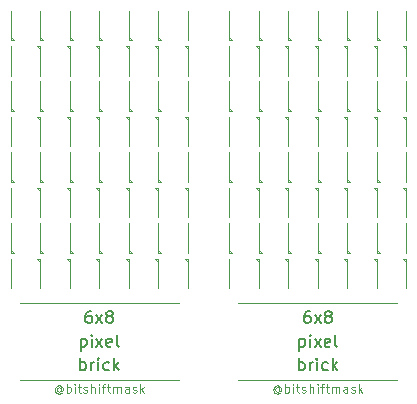
<source format=gbr>
G04 #@! TF.GenerationSoftware,KiCad,Pcbnew,5.1.10*
G04 #@! TF.CreationDate,2021-09-23T13:58:25+02:00*
G04 #@! TF.ProjectId,char-panel,63686172-2d70-4616-9e65-6c2e6b696361,rev?*
G04 #@! TF.SameCoordinates,Original*
G04 #@! TF.FileFunction,Legend,Top*
G04 #@! TF.FilePolarity,Positive*
%FSLAX46Y46*%
G04 Gerber Fmt 4.6, Leading zero omitted, Abs format (unit mm)*
G04 Created by KiCad (PCBNEW 5.1.10) date 2021-09-23 13:58:25*
%MOMM*%
%LPD*%
G01*
G04 APERTURE LIST*
%ADD10C,0.150000*%
%ADD11C,0.120000*%
%ADD12C,0.100000*%
G04 APERTURE END LIST*
D10*
X75559533Y-83452381D02*
X75369057Y-83452381D01*
X75273819Y-83500001D01*
X75226200Y-83547620D01*
X75130962Y-83690477D01*
X75083343Y-83880953D01*
X75083343Y-84261905D01*
X75130962Y-84357143D01*
X75178581Y-84404762D01*
X75273819Y-84452381D01*
X75464295Y-84452381D01*
X75559533Y-84404762D01*
X75607152Y-84357143D01*
X75654771Y-84261905D01*
X75654771Y-84023810D01*
X75607152Y-83928572D01*
X75559533Y-83880953D01*
X75464295Y-83833334D01*
X75273819Y-83833334D01*
X75178581Y-83880953D01*
X75130962Y-83928572D01*
X75083343Y-84023810D01*
X75988105Y-84452381D02*
X76511914Y-83785715D01*
X75988105Y-83785715D02*
X76511914Y-84452381D01*
X77035724Y-83880953D02*
X76940486Y-83833334D01*
X76892867Y-83785715D01*
X76845248Y-83690477D01*
X76845248Y-83642858D01*
X76892867Y-83547620D01*
X76940486Y-83500001D01*
X77035724Y-83452381D01*
X77226200Y-83452381D01*
X77321438Y-83500001D01*
X77369057Y-83547620D01*
X77416676Y-83642858D01*
X77416676Y-83690477D01*
X77369057Y-83785715D01*
X77321438Y-83833334D01*
X77226200Y-83880953D01*
X77035724Y-83880953D01*
X76940486Y-83928572D01*
X76892867Y-83976191D01*
X76845248Y-84071429D01*
X76845248Y-84261905D01*
X76892867Y-84357143D01*
X76940486Y-84404762D01*
X77035724Y-84452381D01*
X77226200Y-84452381D01*
X77321438Y-84404762D01*
X77369057Y-84357143D01*
X77416676Y-84261905D01*
X77416676Y-84071429D01*
X77369057Y-83976191D01*
X77321438Y-83928572D01*
X77226200Y-83880953D01*
X74702390Y-85785715D02*
X74702390Y-86785715D01*
X74702390Y-85833334D02*
X74797629Y-85785715D01*
X74988105Y-85785715D01*
X75083343Y-85833334D01*
X75130962Y-85880953D01*
X75178581Y-85976191D01*
X75178581Y-86261905D01*
X75130962Y-86357143D01*
X75083343Y-86404762D01*
X74988105Y-86452381D01*
X74797629Y-86452381D01*
X74702390Y-86404762D01*
X75607152Y-86452381D02*
X75607152Y-85785715D01*
X75607152Y-85452381D02*
X75559533Y-85500001D01*
X75607152Y-85547620D01*
X75654771Y-85500001D01*
X75607152Y-85452381D01*
X75607152Y-85547620D01*
X75988105Y-86452381D02*
X76511914Y-85785715D01*
X75988105Y-85785715D02*
X76511914Y-86452381D01*
X77273819Y-86404762D02*
X77178581Y-86452381D01*
X76988105Y-86452381D01*
X76892867Y-86404762D01*
X76845248Y-86309524D01*
X76845248Y-85928572D01*
X76892867Y-85833334D01*
X76988105Y-85785715D01*
X77178581Y-85785715D01*
X77273819Y-85833334D01*
X77321438Y-85928572D01*
X77321438Y-86023810D01*
X76845248Y-86119048D01*
X77892867Y-86452381D02*
X77797629Y-86404762D01*
X77750010Y-86309524D01*
X77750010Y-85452381D01*
X74654771Y-88452381D02*
X74654771Y-87452381D01*
X74654771Y-87833334D02*
X74750010Y-87785715D01*
X74940486Y-87785715D01*
X75035724Y-87833334D01*
X75083343Y-87880953D01*
X75130962Y-87976191D01*
X75130962Y-88261905D01*
X75083343Y-88357143D01*
X75035724Y-88404762D01*
X74940486Y-88452381D01*
X74750010Y-88452381D01*
X74654771Y-88404762D01*
X75559533Y-88452381D02*
X75559533Y-87785715D01*
X75559533Y-87976191D02*
X75607152Y-87880953D01*
X75654771Y-87833334D01*
X75750010Y-87785715D01*
X75845248Y-87785715D01*
X76178581Y-88452381D02*
X76178581Y-87785715D01*
X76178581Y-87452381D02*
X76130962Y-87500001D01*
X76178581Y-87547620D01*
X76226200Y-87500001D01*
X76178581Y-87452381D01*
X76178581Y-87547620D01*
X77083343Y-88404762D02*
X76988105Y-88452381D01*
X76797629Y-88452381D01*
X76702390Y-88404762D01*
X76654771Y-88357143D01*
X76607152Y-88261905D01*
X76607152Y-87976191D01*
X76654771Y-87880953D01*
X76702390Y-87833334D01*
X76797629Y-87785715D01*
X76988105Y-87785715D01*
X77083343Y-87833334D01*
X77511914Y-88452381D02*
X77511914Y-87452381D01*
X77607152Y-88071429D02*
X77892867Y-88452381D01*
X77892867Y-87785715D02*
X77511914Y-88166667D01*
D11*
X69500010Y-82750001D02*
X83000010Y-82750001D01*
X83000010Y-89250001D02*
X69500010Y-89250001D01*
D12*
X72982152Y-89982143D02*
X72946438Y-89946429D01*
X72875010Y-89910715D01*
X72803581Y-89910715D01*
X72732152Y-89946429D01*
X72696438Y-89982143D01*
X72660724Y-90053572D01*
X72660724Y-90125001D01*
X72696438Y-90196429D01*
X72732152Y-90232143D01*
X72803581Y-90267858D01*
X72875010Y-90267858D01*
X72946438Y-90232143D01*
X72982152Y-90196429D01*
X72982152Y-89910715D02*
X72982152Y-90196429D01*
X73017867Y-90232143D01*
X73053581Y-90232143D01*
X73125010Y-90196429D01*
X73160724Y-90125001D01*
X73160724Y-89946429D01*
X73089295Y-89839286D01*
X72982152Y-89767858D01*
X72839295Y-89732143D01*
X72696438Y-89767858D01*
X72589295Y-89839286D01*
X72517867Y-89946429D01*
X72482152Y-90089286D01*
X72517867Y-90232143D01*
X72589295Y-90339286D01*
X72696438Y-90410715D01*
X72839295Y-90446429D01*
X72982152Y-90410715D01*
X73089295Y-90339286D01*
X73482152Y-90339286D02*
X73482152Y-89589286D01*
X73482152Y-89875001D02*
X73553581Y-89839286D01*
X73696438Y-89839286D01*
X73767867Y-89875001D01*
X73803581Y-89910715D01*
X73839295Y-89982143D01*
X73839295Y-90196429D01*
X73803581Y-90267858D01*
X73767867Y-90303572D01*
X73696438Y-90339286D01*
X73553581Y-90339286D01*
X73482152Y-90303572D01*
X74160724Y-90339286D02*
X74160724Y-89839286D01*
X74160724Y-89589286D02*
X74125010Y-89625001D01*
X74160724Y-89660715D01*
X74196438Y-89625001D01*
X74160724Y-89589286D01*
X74160724Y-89660715D01*
X74410724Y-89839286D02*
X74696438Y-89839286D01*
X74517867Y-89589286D02*
X74517867Y-90232143D01*
X74553581Y-90303572D01*
X74625010Y-90339286D01*
X74696438Y-90339286D01*
X74910724Y-90303572D02*
X74982152Y-90339286D01*
X75125010Y-90339286D01*
X75196438Y-90303572D01*
X75232152Y-90232143D01*
X75232152Y-90196429D01*
X75196438Y-90125001D01*
X75125010Y-90089286D01*
X75017867Y-90089286D01*
X74946438Y-90053572D01*
X74910724Y-89982143D01*
X74910724Y-89946429D01*
X74946438Y-89875001D01*
X75017867Y-89839286D01*
X75125010Y-89839286D01*
X75196438Y-89875001D01*
X75553581Y-90339286D02*
X75553581Y-89589286D01*
X75875010Y-90339286D02*
X75875010Y-89946429D01*
X75839295Y-89875001D01*
X75767867Y-89839286D01*
X75660724Y-89839286D01*
X75589295Y-89875001D01*
X75553581Y-89910715D01*
X76232152Y-90339286D02*
X76232152Y-89839286D01*
X76232152Y-89589286D02*
X76196438Y-89625001D01*
X76232152Y-89660715D01*
X76267867Y-89625001D01*
X76232152Y-89589286D01*
X76232152Y-89660715D01*
X76482152Y-89839286D02*
X76767867Y-89839286D01*
X76589295Y-90339286D02*
X76589295Y-89696429D01*
X76625010Y-89625001D01*
X76696438Y-89589286D01*
X76767867Y-89589286D01*
X76910724Y-89839286D02*
X77196438Y-89839286D01*
X77017867Y-89589286D02*
X77017867Y-90232143D01*
X77053581Y-90303572D01*
X77125010Y-90339286D01*
X77196438Y-90339286D01*
X77446438Y-90339286D02*
X77446438Y-89839286D01*
X77446438Y-89910715D02*
X77482152Y-89875001D01*
X77553581Y-89839286D01*
X77660724Y-89839286D01*
X77732152Y-89875001D01*
X77767867Y-89946429D01*
X77767867Y-90339286D01*
X77767867Y-89946429D02*
X77803581Y-89875001D01*
X77875010Y-89839286D01*
X77982152Y-89839286D01*
X78053581Y-89875001D01*
X78089295Y-89946429D01*
X78089295Y-90339286D01*
X78767867Y-90339286D02*
X78767867Y-89946429D01*
X78732152Y-89875001D01*
X78660724Y-89839286D01*
X78517867Y-89839286D01*
X78446438Y-89875001D01*
X78767867Y-90303572D02*
X78696438Y-90339286D01*
X78517867Y-90339286D01*
X78446438Y-90303572D01*
X78410724Y-90232143D01*
X78410724Y-90160715D01*
X78446438Y-90089286D01*
X78517867Y-90053572D01*
X78696438Y-90053572D01*
X78767867Y-90017858D01*
X79089295Y-90303572D02*
X79160724Y-90339286D01*
X79303581Y-90339286D01*
X79375010Y-90303572D01*
X79410724Y-90232143D01*
X79410724Y-90196429D01*
X79375010Y-90125001D01*
X79303581Y-90089286D01*
X79196438Y-90089286D01*
X79125010Y-90053572D01*
X79089295Y-89982143D01*
X79089295Y-89946429D01*
X79125010Y-89875001D01*
X79196438Y-89839286D01*
X79303581Y-89839286D01*
X79375010Y-89875001D01*
X79732152Y-90339286D02*
X79732152Y-89589286D01*
X79803581Y-90053572D02*
X80017867Y-90339286D01*
X80017867Y-89839286D02*
X79732152Y-90125001D01*
D10*
X57059524Y-83452381D02*
X56869048Y-83452381D01*
X56773810Y-83500001D01*
X56726191Y-83547620D01*
X56630953Y-83690477D01*
X56583334Y-83880953D01*
X56583334Y-84261905D01*
X56630953Y-84357143D01*
X56678572Y-84404762D01*
X56773810Y-84452381D01*
X56964286Y-84452381D01*
X57059524Y-84404762D01*
X57107143Y-84357143D01*
X57154762Y-84261905D01*
X57154762Y-84023810D01*
X57107143Y-83928572D01*
X57059524Y-83880953D01*
X56964286Y-83833334D01*
X56773810Y-83833334D01*
X56678572Y-83880953D01*
X56630953Y-83928572D01*
X56583334Y-84023810D01*
X57488096Y-84452381D02*
X58011905Y-83785715D01*
X57488096Y-83785715D02*
X58011905Y-84452381D01*
X58535715Y-83880953D02*
X58440477Y-83833334D01*
X58392858Y-83785715D01*
X58345239Y-83690477D01*
X58345239Y-83642858D01*
X58392858Y-83547620D01*
X58440477Y-83500001D01*
X58535715Y-83452381D01*
X58726191Y-83452381D01*
X58821429Y-83500001D01*
X58869048Y-83547620D01*
X58916667Y-83642858D01*
X58916667Y-83690477D01*
X58869048Y-83785715D01*
X58821429Y-83833334D01*
X58726191Y-83880953D01*
X58535715Y-83880953D01*
X58440477Y-83928572D01*
X58392858Y-83976191D01*
X58345239Y-84071429D01*
X58345239Y-84261905D01*
X58392858Y-84357143D01*
X58440477Y-84404762D01*
X58535715Y-84452381D01*
X58726191Y-84452381D01*
X58821429Y-84404762D01*
X58869048Y-84357143D01*
X58916667Y-84261905D01*
X58916667Y-84071429D01*
X58869048Y-83976191D01*
X58821429Y-83928572D01*
X58726191Y-83880953D01*
X56202381Y-85785715D02*
X56202381Y-86785715D01*
X56202381Y-85833334D02*
X56297620Y-85785715D01*
X56488096Y-85785715D01*
X56583334Y-85833334D01*
X56630953Y-85880953D01*
X56678572Y-85976191D01*
X56678572Y-86261905D01*
X56630953Y-86357143D01*
X56583334Y-86404762D01*
X56488096Y-86452381D01*
X56297620Y-86452381D01*
X56202381Y-86404762D01*
X57107143Y-86452381D02*
X57107143Y-85785715D01*
X57107143Y-85452381D02*
X57059524Y-85500001D01*
X57107143Y-85547620D01*
X57154762Y-85500001D01*
X57107143Y-85452381D01*
X57107143Y-85547620D01*
X57488096Y-86452381D02*
X58011905Y-85785715D01*
X57488096Y-85785715D02*
X58011905Y-86452381D01*
X58773810Y-86404762D02*
X58678572Y-86452381D01*
X58488096Y-86452381D01*
X58392858Y-86404762D01*
X58345239Y-86309524D01*
X58345239Y-85928572D01*
X58392858Y-85833334D01*
X58488096Y-85785715D01*
X58678572Y-85785715D01*
X58773810Y-85833334D01*
X58821429Y-85928572D01*
X58821429Y-86023810D01*
X58345239Y-86119048D01*
X59392858Y-86452381D02*
X59297620Y-86404762D01*
X59250001Y-86309524D01*
X59250001Y-85452381D01*
X56154762Y-88452381D02*
X56154762Y-87452381D01*
X56154762Y-87833334D02*
X56250001Y-87785715D01*
X56440477Y-87785715D01*
X56535715Y-87833334D01*
X56583334Y-87880953D01*
X56630953Y-87976191D01*
X56630953Y-88261905D01*
X56583334Y-88357143D01*
X56535715Y-88404762D01*
X56440477Y-88452381D01*
X56250001Y-88452381D01*
X56154762Y-88404762D01*
X57059524Y-88452381D02*
X57059524Y-87785715D01*
X57059524Y-87976191D02*
X57107143Y-87880953D01*
X57154762Y-87833334D01*
X57250001Y-87785715D01*
X57345239Y-87785715D01*
X57678572Y-88452381D02*
X57678572Y-87785715D01*
X57678572Y-87452381D02*
X57630953Y-87500001D01*
X57678572Y-87547620D01*
X57726191Y-87500001D01*
X57678572Y-87452381D01*
X57678572Y-87547620D01*
X58583334Y-88404762D02*
X58488096Y-88452381D01*
X58297620Y-88452381D01*
X58202381Y-88404762D01*
X58154762Y-88357143D01*
X58107143Y-88261905D01*
X58107143Y-87976191D01*
X58154762Y-87880953D01*
X58202381Y-87833334D01*
X58297620Y-87785715D01*
X58488096Y-87785715D01*
X58583334Y-87833334D01*
X59011905Y-88452381D02*
X59011905Y-87452381D01*
X59107143Y-88071429D02*
X59392858Y-88452381D01*
X59392858Y-87785715D02*
X59011905Y-88166667D01*
D11*
X51000001Y-82750001D02*
X64500001Y-82750001D01*
X64500001Y-89250001D02*
X51000001Y-89250001D01*
D12*
X54482143Y-89982143D02*
X54446429Y-89946429D01*
X54375001Y-89910715D01*
X54303572Y-89910715D01*
X54232143Y-89946429D01*
X54196429Y-89982143D01*
X54160715Y-90053572D01*
X54160715Y-90125001D01*
X54196429Y-90196429D01*
X54232143Y-90232143D01*
X54303572Y-90267858D01*
X54375001Y-90267858D01*
X54446429Y-90232143D01*
X54482143Y-90196429D01*
X54482143Y-89910715D02*
X54482143Y-90196429D01*
X54517858Y-90232143D01*
X54553572Y-90232143D01*
X54625001Y-90196429D01*
X54660715Y-90125001D01*
X54660715Y-89946429D01*
X54589286Y-89839286D01*
X54482143Y-89767858D01*
X54339286Y-89732143D01*
X54196429Y-89767858D01*
X54089286Y-89839286D01*
X54017858Y-89946429D01*
X53982143Y-90089286D01*
X54017858Y-90232143D01*
X54089286Y-90339286D01*
X54196429Y-90410715D01*
X54339286Y-90446429D01*
X54482143Y-90410715D01*
X54589286Y-90339286D01*
X54982143Y-90339286D02*
X54982143Y-89589286D01*
X54982143Y-89875001D02*
X55053572Y-89839286D01*
X55196429Y-89839286D01*
X55267858Y-89875001D01*
X55303572Y-89910715D01*
X55339286Y-89982143D01*
X55339286Y-90196429D01*
X55303572Y-90267858D01*
X55267858Y-90303572D01*
X55196429Y-90339286D01*
X55053572Y-90339286D01*
X54982143Y-90303572D01*
X55660715Y-90339286D02*
X55660715Y-89839286D01*
X55660715Y-89589286D02*
X55625001Y-89625001D01*
X55660715Y-89660715D01*
X55696429Y-89625001D01*
X55660715Y-89589286D01*
X55660715Y-89660715D01*
X55910715Y-89839286D02*
X56196429Y-89839286D01*
X56017858Y-89589286D02*
X56017858Y-90232143D01*
X56053572Y-90303572D01*
X56125001Y-90339286D01*
X56196429Y-90339286D01*
X56410715Y-90303572D02*
X56482143Y-90339286D01*
X56625001Y-90339286D01*
X56696429Y-90303572D01*
X56732143Y-90232143D01*
X56732143Y-90196429D01*
X56696429Y-90125001D01*
X56625001Y-90089286D01*
X56517858Y-90089286D01*
X56446429Y-90053572D01*
X56410715Y-89982143D01*
X56410715Y-89946429D01*
X56446429Y-89875001D01*
X56517858Y-89839286D01*
X56625001Y-89839286D01*
X56696429Y-89875001D01*
X57053572Y-90339286D02*
X57053572Y-89589286D01*
X57375001Y-90339286D02*
X57375001Y-89946429D01*
X57339286Y-89875001D01*
X57267858Y-89839286D01*
X57160715Y-89839286D01*
X57089286Y-89875001D01*
X57053572Y-89910715D01*
X57732143Y-90339286D02*
X57732143Y-89839286D01*
X57732143Y-89589286D02*
X57696429Y-89625001D01*
X57732143Y-89660715D01*
X57767858Y-89625001D01*
X57732143Y-89589286D01*
X57732143Y-89660715D01*
X57982143Y-89839286D02*
X58267858Y-89839286D01*
X58089286Y-90339286D02*
X58089286Y-89696429D01*
X58125001Y-89625001D01*
X58196429Y-89589286D01*
X58267858Y-89589286D01*
X58410715Y-89839286D02*
X58696429Y-89839286D01*
X58517858Y-89589286D02*
X58517858Y-90232143D01*
X58553572Y-90303572D01*
X58625001Y-90339286D01*
X58696429Y-90339286D01*
X58946429Y-90339286D02*
X58946429Y-89839286D01*
X58946429Y-89910715D02*
X58982143Y-89875001D01*
X59053572Y-89839286D01*
X59160715Y-89839286D01*
X59232143Y-89875001D01*
X59267858Y-89946429D01*
X59267858Y-90339286D01*
X59267858Y-89946429D02*
X59303572Y-89875001D01*
X59375001Y-89839286D01*
X59482143Y-89839286D01*
X59553572Y-89875001D01*
X59589286Y-89946429D01*
X59589286Y-90339286D01*
X60267858Y-90339286D02*
X60267858Y-89946429D01*
X60232143Y-89875001D01*
X60160715Y-89839286D01*
X60017858Y-89839286D01*
X59946429Y-89875001D01*
X60267858Y-90303572D02*
X60196429Y-90339286D01*
X60017858Y-90339286D01*
X59946429Y-90303572D01*
X59910715Y-90232143D01*
X59910715Y-90160715D01*
X59946429Y-90089286D01*
X60017858Y-90053572D01*
X60196429Y-90053572D01*
X60267858Y-90017858D01*
X60589286Y-90303572D02*
X60660715Y-90339286D01*
X60803572Y-90339286D01*
X60875001Y-90303572D01*
X60910715Y-90232143D01*
X60910715Y-90196429D01*
X60875001Y-90125001D01*
X60803572Y-90089286D01*
X60696429Y-90089286D01*
X60625001Y-90053572D01*
X60589286Y-89982143D01*
X60589286Y-89946429D01*
X60625001Y-89875001D01*
X60696429Y-89839286D01*
X60803572Y-89839286D01*
X60875001Y-89875001D01*
X61232143Y-90339286D02*
X61232143Y-89589286D01*
X61303572Y-90053572D02*
X61517858Y-90339286D01*
X61517858Y-89839286D02*
X61232143Y-90125001D01*
D11*
G04 #@! TO.C,D1*
X68750010Y-60250001D02*
X68750010Y-58000001D01*
X71250010Y-60500001D02*
X71250010Y-58000001D01*
X68750010Y-60250001D02*
X69000010Y-60500001D01*
X69000010Y-60500001D02*
X68750010Y-60500001D01*
X68750010Y-60500001D02*
X68750010Y-60250001D01*
G04 #@! TO.C,D2*
X83750010Y-61250001D02*
X83750010Y-63500001D01*
X81250010Y-61000001D02*
X81250010Y-63500001D01*
X83750010Y-61250001D02*
X83500010Y-61000001D01*
X83500010Y-61000001D02*
X83750010Y-61000001D01*
X83750010Y-61000001D02*
X83750010Y-61250001D01*
G04 #@! TO.C,D3*
X68750010Y-66250001D02*
X68750010Y-64000001D01*
X71250010Y-66500001D02*
X71250010Y-64000001D01*
X68750010Y-66250001D02*
X69000010Y-66500001D01*
X69000010Y-66500001D02*
X68750010Y-66500001D01*
X68750010Y-66500001D02*
X68750010Y-66250001D01*
G04 #@! TO.C,D4*
X83750010Y-67250001D02*
X83750010Y-69500001D01*
X81250010Y-67000001D02*
X81250010Y-69500001D01*
X83750010Y-67250001D02*
X83500010Y-67000001D01*
X83500010Y-67000001D02*
X83750010Y-67000001D01*
X83750010Y-67000001D02*
X83750010Y-67250001D01*
G04 #@! TO.C,D5*
X68750010Y-72250001D02*
X68750010Y-70000001D01*
X71250010Y-72500001D02*
X71250010Y-70000001D01*
X68750010Y-72250001D02*
X69000010Y-72500001D01*
X69000010Y-72500001D02*
X68750010Y-72500001D01*
X68750010Y-72500001D02*
X68750010Y-72250001D01*
G04 #@! TO.C,D6*
X83750010Y-73250001D02*
X83750010Y-75500001D01*
X81250010Y-73000001D02*
X81250010Y-75500001D01*
X83750010Y-73250001D02*
X83500010Y-73000001D01*
X83500010Y-73000001D02*
X83750010Y-73000001D01*
X83750010Y-73000001D02*
X83750010Y-73250001D01*
G04 #@! TO.C,D7*
X68750010Y-78250001D02*
X68750010Y-76000001D01*
X71250010Y-78500001D02*
X71250010Y-76000001D01*
X68750010Y-78250001D02*
X69000010Y-78500001D01*
X69000010Y-78500001D02*
X68750010Y-78500001D01*
X68750010Y-78500001D02*
X68750010Y-78250001D01*
G04 #@! TO.C,D8*
X83750010Y-79250001D02*
X83750010Y-81500001D01*
X81250010Y-79000001D02*
X81250010Y-81500001D01*
X83750010Y-79250001D02*
X83500010Y-79000001D01*
X83500010Y-79000001D02*
X83750010Y-79000001D01*
X83750010Y-79000001D02*
X83750010Y-79250001D01*
G04 #@! TO.C,D9*
X71250010Y-60250001D02*
X71250010Y-58000001D01*
X73750010Y-60500001D02*
X73750010Y-58000001D01*
X71250010Y-60250001D02*
X71500010Y-60500001D01*
X71500010Y-60500001D02*
X71250010Y-60500001D01*
X71250010Y-60500001D02*
X71250010Y-60250001D01*
G04 #@! TO.C,D10*
X81250010Y-61250001D02*
X81250010Y-63500001D01*
X78750010Y-61000001D02*
X78750010Y-63500001D01*
X81250010Y-61250001D02*
X81000010Y-61000001D01*
X81000010Y-61000001D02*
X81250010Y-61000001D01*
X81250010Y-61000001D02*
X81250010Y-61250001D01*
G04 #@! TO.C,D11*
X71250010Y-66250001D02*
X71250010Y-64000001D01*
X73750010Y-66500001D02*
X73750010Y-64000001D01*
X71250010Y-66250001D02*
X71500010Y-66500001D01*
X71500010Y-66500001D02*
X71250010Y-66500001D01*
X71250010Y-66500001D02*
X71250010Y-66250001D01*
G04 #@! TO.C,D12*
X81250010Y-67250001D02*
X81250010Y-69500001D01*
X78750010Y-67000001D02*
X78750010Y-69500001D01*
X81250010Y-67250001D02*
X81000010Y-67000001D01*
X81000010Y-67000001D02*
X81250010Y-67000001D01*
X81250010Y-67000001D02*
X81250010Y-67250001D01*
G04 #@! TO.C,D13*
X71250010Y-72250001D02*
X71250010Y-70000001D01*
X73750010Y-72500001D02*
X73750010Y-70000001D01*
X71250010Y-72250001D02*
X71500010Y-72500001D01*
X71500010Y-72500001D02*
X71250010Y-72500001D01*
X71250010Y-72500001D02*
X71250010Y-72250001D01*
G04 #@! TO.C,D14*
X81250010Y-73250001D02*
X81250010Y-75500001D01*
X78750010Y-73000001D02*
X78750010Y-75500001D01*
X81250010Y-73250001D02*
X81000010Y-73000001D01*
X81000010Y-73000001D02*
X81250010Y-73000001D01*
X81250010Y-73000001D02*
X81250010Y-73250001D01*
G04 #@! TO.C,D15*
X71250010Y-78250001D02*
X71250010Y-76000001D01*
X73750010Y-78500001D02*
X73750010Y-76000001D01*
X71250010Y-78250001D02*
X71500010Y-78500001D01*
X71500010Y-78500001D02*
X71250010Y-78500001D01*
X71250010Y-78500001D02*
X71250010Y-78250001D01*
G04 #@! TO.C,D16*
X81250010Y-79250001D02*
X81250010Y-81500001D01*
X78750010Y-79000001D02*
X78750010Y-81500001D01*
X81250010Y-79250001D02*
X81000010Y-79000001D01*
X81000010Y-79000001D02*
X81250010Y-79000001D01*
X81250010Y-79000001D02*
X81250010Y-79250001D01*
G04 #@! TO.C,D17*
X73750010Y-60250001D02*
X73750010Y-58000001D01*
X76250010Y-60500001D02*
X76250010Y-58000001D01*
X73750010Y-60250001D02*
X74000010Y-60500001D01*
X74000010Y-60500001D02*
X73750010Y-60500001D01*
X73750010Y-60500001D02*
X73750010Y-60250001D01*
G04 #@! TO.C,D18*
X78750010Y-61250001D02*
X78750010Y-63500001D01*
X76250010Y-61000001D02*
X76250010Y-63500001D01*
X78750010Y-61250001D02*
X78500010Y-61000001D01*
X78500010Y-61000001D02*
X78750010Y-61000001D01*
X78750010Y-61000001D02*
X78750010Y-61250001D01*
G04 #@! TO.C,D19*
X73750010Y-66250001D02*
X73750010Y-64000001D01*
X76250010Y-66500001D02*
X76250010Y-64000001D01*
X73750010Y-66250001D02*
X74000010Y-66500001D01*
X74000010Y-66500001D02*
X73750010Y-66500001D01*
X73750010Y-66500001D02*
X73750010Y-66250001D01*
G04 #@! TO.C,D20*
X78750010Y-67250001D02*
X78750010Y-69500001D01*
X76250010Y-67000001D02*
X76250010Y-69500001D01*
X78750010Y-67250001D02*
X78500010Y-67000001D01*
X78500010Y-67000001D02*
X78750010Y-67000001D01*
X78750010Y-67000001D02*
X78750010Y-67250001D01*
G04 #@! TO.C,D21*
X73750010Y-72250001D02*
X73750010Y-70000001D01*
X76250010Y-72500001D02*
X76250010Y-70000001D01*
X73750010Y-72250001D02*
X74000010Y-72500001D01*
X74000010Y-72500001D02*
X73750010Y-72500001D01*
X73750010Y-72500001D02*
X73750010Y-72250001D01*
G04 #@! TO.C,D22*
X78750010Y-73250001D02*
X78750010Y-75500001D01*
X76250010Y-73000001D02*
X76250010Y-75500001D01*
X78750010Y-73250001D02*
X78500010Y-73000001D01*
X78500010Y-73000001D02*
X78750010Y-73000001D01*
X78750010Y-73000001D02*
X78750010Y-73250001D01*
G04 #@! TO.C,D23*
X73750010Y-78250001D02*
X73750010Y-76000001D01*
X76250010Y-78500001D02*
X76250010Y-76000001D01*
X73750010Y-78250001D02*
X74000010Y-78500001D01*
X74000010Y-78500001D02*
X73750010Y-78500001D01*
X73750010Y-78500001D02*
X73750010Y-78250001D01*
G04 #@! TO.C,D24*
X78750010Y-79250001D02*
X78750010Y-81500001D01*
X76250010Y-79000001D02*
X76250010Y-81500001D01*
X78750010Y-79250001D02*
X78500010Y-79000001D01*
X78500010Y-79000001D02*
X78750010Y-79000001D01*
X78750010Y-79000001D02*
X78750010Y-79250001D01*
G04 #@! TO.C,D25*
X76250010Y-60250001D02*
X76250010Y-58000001D01*
X78750010Y-60500001D02*
X78750010Y-58000001D01*
X76250010Y-60250001D02*
X76500010Y-60500001D01*
X76500010Y-60500001D02*
X76250010Y-60500001D01*
X76250010Y-60500001D02*
X76250010Y-60250001D01*
G04 #@! TO.C,D26*
X76250010Y-61250001D02*
X76250010Y-63500001D01*
X73750010Y-61000001D02*
X73750010Y-63500001D01*
X76250010Y-61250001D02*
X76000010Y-61000001D01*
X76000010Y-61000001D02*
X76250010Y-61000001D01*
X76250010Y-61000001D02*
X76250010Y-61250001D01*
G04 #@! TO.C,D27*
X76250010Y-66250001D02*
X76250010Y-64000001D01*
X78750010Y-66500001D02*
X78750010Y-64000001D01*
X76250010Y-66250001D02*
X76500010Y-66500001D01*
X76500010Y-66500001D02*
X76250010Y-66500001D01*
X76250010Y-66500001D02*
X76250010Y-66250001D01*
G04 #@! TO.C,D28*
X76250010Y-67250001D02*
X76250010Y-69500001D01*
X73750010Y-67000001D02*
X73750010Y-69500001D01*
X76250010Y-67250001D02*
X76000010Y-67000001D01*
X76000010Y-67000001D02*
X76250010Y-67000001D01*
X76250010Y-67000001D02*
X76250010Y-67250001D01*
G04 #@! TO.C,D29*
X76250010Y-72250001D02*
X76250010Y-70000001D01*
X78750010Y-72500001D02*
X78750010Y-70000001D01*
X76250010Y-72250001D02*
X76500010Y-72500001D01*
X76500010Y-72500001D02*
X76250010Y-72500001D01*
X76250010Y-72500001D02*
X76250010Y-72250001D01*
G04 #@! TO.C,D30*
X76250010Y-73250001D02*
X76250010Y-75500001D01*
X73750010Y-73000001D02*
X73750010Y-75500001D01*
X76250010Y-73250001D02*
X76000010Y-73000001D01*
X76000010Y-73000001D02*
X76250010Y-73000001D01*
X76250010Y-73000001D02*
X76250010Y-73250001D01*
G04 #@! TO.C,D31*
X76250010Y-78250001D02*
X76250010Y-76000001D01*
X78750010Y-78500001D02*
X78750010Y-76000001D01*
X76250010Y-78250001D02*
X76500010Y-78500001D01*
X76500010Y-78500001D02*
X76250010Y-78500001D01*
X76250010Y-78500001D02*
X76250010Y-78250001D01*
G04 #@! TO.C,D32*
X76250010Y-79250001D02*
X76250010Y-81500001D01*
X73750010Y-79000001D02*
X73750010Y-81500001D01*
X76250010Y-79250001D02*
X76000010Y-79000001D01*
X76000010Y-79000001D02*
X76250010Y-79000001D01*
X76250010Y-79000001D02*
X76250010Y-79250001D01*
G04 #@! TO.C,D33*
X78750010Y-60250001D02*
X78750010Y-58000001D01*
X81250010Y-60500001D02*
X81250010Y-58000001D01*
X78750010Y-60250001D02*
X79000010Y-60500001D01*
X79000010Y-60500001D02*
X78750010Y-60500001D01*
X78750010Y-60500001D02*
X78750010Y-60250001D01*
G04 #@! TO.C,D34*
X73750010Y-61250001D02*
X73750010Y-63500001D01*
X71250010Y-61000001D02*
X71250010Y-63500001D01*
X73750010Y-61250001D02*
X73500010Y-61000001D01*
X73500010Y-61000001D02*
X73750010Y-61000001D01*
X73750010Y-61000001D02*
X73750010Y-61250001D01*
G04 #@! TO.C,D35*
X78750010Y-66250001D02*
X78750010Y-64000001D01*
X81250010Y-66500001D02*
X81250010Y-64000001D01*
X78750010Y-66250001D02*
X79000010Y-66500001D01*
X79000010Y-66500001D02*
X78750010Y-66500001D01*
X78750010Y-66500001D02*
X78750010Y-66250001D01*
G04 #@! TO.C,D36*
X73750010Y-67250001D02*
X73750010Y-69500001D01*
X71250010Y-67000001D02*
X71250010Y-69500001D01*
X73750010Y-67250001D02*
X73500010Y-67000001D01*
X73500010Y-67000001D02*
X73750010Y-67000001D01*
X73750010Y-67000001D02*
X73750010Y-67250001D01*
G04 #@! TO.C,D37*
X78750010Y-72250001D02*
X78750010Y-70000001D01*
X81250010Y-72500001D02*
X81250010Y-70000001D01*
X78750010Y-72250001D02*
X79000010Y-72500001D01*
X79000010Y-72500001D02*
X78750010Y-72500001D01*
X78750010Y-72500001D02*
X78750010Y-72250001D01*
G04 #@! TO.C,D38*
X73750010Y-73250001D02*
X73750010Y-75500001D01*
X71250010Y-73000001D02*
X71250010Y-75500001D01*
X73750010Y-73250001D02*
X73500010Y-73000001D01*
X73500010Y-73000001D02*
X73750010Y-73000001D01*
X73750010Y-73000001D02*
X73750010Y-73250001D01*
G04 #@! TO.C,D39*
X78750010Y-78250001D02*
X78750010Y-76000001D01*
X81250010Y-78500001D02*
X81250010Y-76000001D01*
X78750010Y-78250001D02*
X79000010Y-78500001D01*
X79000010Y-78500001D02*
X78750010Y-78500001D01*
X78750010Y-78500001D02*
X78750010Y-78250001D01*
G04 #@! TO.C,D40*
X73750010Y-79250001D02*
X73750010Y-81500001D01*
X71250010Y-79000001D02*
X71250010Y-81500001D01*
X73750010Y-79250001D02*
X73500010Y-79000001D01*
X73500010Y-79000001D02*
X73750010Y-79000001D01*
X73750010Y-79000001D02*
X73750010Y-79250001D01*
G04 #@! TO.C,D41*
X81250010Y-60250001D02*
X81250010Y-58000001D01*
X83750010Y-60500001D02*
X83750010Y-58000001D01*
X81250010Y-60250001D02*
X81500010Y-60500001D01*
X81500010Y-60500001D02*
X81250010Y-60500001D01*
X81250010Y-60500001D02*
X81250010Y-60250001D01*
G04 #@! TO.C,D43*
X81250010Y-66250001D02*
X81250010Y-64000001D01*
X83750010Y-66500001D02*
X83750010Y-64000001D01*
X81250010Y-66250001D02*
X81500010Y-66500001D01*
X81500010Y-66500001D02*
X81250010Y-66500001D01*
X81250010Y-66500001D02*
X81250010Y-66250001D01*
G04 #@! TO.C,D44*
X71250010Y-67250001D02*
X71250010Y-69500001D01*
X68750010Y-67000001D02*
X68750010Y-69500001D01*
X71250010Y-67250001D02*
X71000010Y-67000001D01*
X71000010Y-67000001D02*
X71250010Y-67000001D01*
X71250010Y-67000001D02*
X71250010Y-67250001D01*
G04 #@! TO.C,D45*
X81250010Y-72250001D02*
X81250010Y-70000001D01*
X83750010Y-72500001D02*
X83750010Y-70000001D01*
X81250010Y-72250001D02*
X81500010Y-72500001D01*
X81500010Y-72500001D02*
X81250010Y-72500001D01*
X81250010Y-72500001D02*
X81250010Y-72250001D01*
G04 #@! TO.C,D46*
X71250010Y-73250001D02*
X71250010Y-75500001D01*
X68750010Y-73000001D02*
X68750010Y-75500001D01*
X71250010Y-73250001D02*
X71000010Y-73000001D01*
X71000010Y-73000001D02*
X71250010Y-73000001D01*
X71250010Y-73000001D02*
X71250010Y-73250001D01*
G04 #@! TO.C,D47*
X81250010Y-78250001D02*
X81250010Y-76000001D01*
X83750010Y-78500001D02*
X83750010Y-76000001D01*
X81250010Y-78250001D02*
X81500010Y-78500001D01*
X81500010Y-78500001D02*
X81250010Y-78500001D01*
X81250010Y-78500001D02*
X81250010Y-78250001D01*
G04 #@! TO.C,D48*
X71250010Y-79250001D02*
X71250010Y-81500001D01*
X68750010Y-79000001D02*
X68750010Y-81500001D01*
X71250010Y-79250001D02*
X71000010Y-79000001D01*
X71000010Y-79000001D02*
X71250010Y-79000001D01*
X71250010Y-79000001D02*
X71250010Y-79250001D01*
G04 #@! TO.C,D42*
X71250010Y-61250001D02*
X71250010Y-63500001D01*
X68750010Y-61000001D02*
X68750010Y-63500001D01*
X71250010Y-61250001D02*
X71000010Y-61000001D01*
X71000010Y-61000001D02*
X71250010Y-61000001D01*
X71250010Y-61000001D02*
X71250010Y-61250001D01*
G04 #@! TO.C,D1*
X50250001Y-60250001D02*
X50250001Y-58000001D01*
X52750001Y-60500001D02*
X52750001Y-58000001D01*
X50250001Y-60250001D02*
X50500001Y-60500001D01*
X50500001Y-60500001D02*
X50250001Y-60500001D01*
X50250001Y-60500001D02*
X50250001Y-60250001D01*
G04 #@! TO.C,D2*
X65250001Y-61250001D02*
X65250001Y-63500001D01*
X62750001Y-61000001D02*
X62750001Y-63500001D01*
X65250001Y-61250001D02*
X65000001Y-61000001D01*
X65000001Y-61000001D02*
X65250001Y-61000001D01*
X65250001Y-61000001D02*
X65250001Y-61250001D01*
G04 #@! TO.C,D3*
X50250001Y-66250001D02*
X50250001Y-64000001D01*
X52750001Y-66500001D02*
X52750001Y-64000001D01*
X50250001Y-66250001D02*
X50500001Y-66500001D01*
X50500001Y-66500001D02*
X50250001Y-66500001D01*
X50250001Y-66500001D02*
X50250001Y-66250001D01*
G04 #@! TO.C,D4*
X65250001Y-67250001D02*
X65250001Y-69500001D01*
X62750001Y-67000001D02*
X62750001Y-69500001D01*
X65250001Y-67250001D02*
X65000001Y-67000001D01*
X65000001Y-67000001D02*
X65250001Y-67000001D01*
X65250001Y-67000001D02*
X65250001Y-67250001D01*
G04 #@! TO.C,D5*
X50250001Y-72250001D02*
X50250001Y-70000001D01*
X52750001Y-72500001D02*
X52750001Y-70000001D01*
X50250001Y-72250001D02*
X50500001Y-72500001D01*
X50500001Y-72500001D02*
X50250001Y-72500001D01*
X50250001Y-72500001D02*
X50250001Y-72250001D01*
G04 #@! TO.C,D6*
X65250001Y-73250001D02*
X65250001Y-75500001D01*
X62750001Y-73000001D02*
X62750001Y-75500001D01*
X65250001Y-73250001D02*
X65000001Y-73000001D01*
X65000001Y-73000001D02*
X65250001Y-73000001D01*
X65250001Y-73000001D02*
X65250001Y-73250001D01*
G04 #@! TO.C,D7*
X50250001Y-78250001D02*
X50250001Y-76000001D01*
X52750001Y-78500001D02*
X52750001Y-76000001D01*
X50250001Y-78250001D02*
X50500001Y-78500001D01*
X50500001Y-78500001D02*
X50250001Y-78500001D01*
X50250001Y-78500001D02*
X50250001Y-78250001D01*
G04 #@! TO.C,D8*
X65250001Y-79250001D02*
X65250001Y-81500001D01*
X62750001Y-79000001D02*
X62750001Y-81500001D01*
X65250001Y-79250001D02*
X65000001Y-79000001D01*
X65000001Y-79000001D02*
X65250001Y-79000001D01*
X65250001Y-79000001D02*
X65250001Y-79250001D01*
G04 #@! TO.C,D9*
X52750001Y-60250001D02*
X52750001Y-58000001D01*
X55250001Y-60500001D02*
X55250001Y-58000001D01*
X52750001Y-60250001D02*
X53000001Y-60500001D01*
X53000001Y-60500001D02*
X52750001Y-60500001D01*
X52750001Y-60500001D02*
X52750001Y-60250001D01*
G04 #@! TO.C,D10*
X62750001Y-61250001D02*
X62750001Y-63500001D01*
X60250001Y-61000001D02*
X60250001Y-63500001D01*
X62750001Y-61250001D02*
X62500001Y-61000001D01*
X62500001Y-61000001D02*
X62750001Y-61000001D01*
X62750001Y-61000001D02*
X62750001Y-61250001D01*
G04 #@! TO.C,D11*
X52750001Y-66250001D02*
X52750001Y-64000001D01*
X55250001Y-66500001D02*
X55250001Y-64000001D01*
X52750001Y-66250001D02*
X53000001Y-66500001D01*
X53000001Y-66500001D02*
X52750001Y-66500001D01*
X52750001Y-66500001D02*
X52750001Y-66250001D01*
G04 #@! TO.C,D12*
X62750001Y-67250001D02*
X62750001Y-69500001D01*
X60250001Y-67000001D02*
X60250001Y-69500001D01*
X62750001Y-67250001D02*
X62500001Y-67000001D01*
X62500001Y-67000001D02*
X62750001Y-67000001D01*
X62750001Y-67000001D02*
X62750001Y-67250001D01*
G04 #@! TO.C,D13*
X52750001Y-72250001D02*
X52750001Y-70000001D01*
X55250001Y-72500001D02*
X55250001Y-70000001D01*
X52750001Y-72250001D02*
X53000001Y-72500001D01*
X53000001Y-72500001D02*
X52750001Y-72500001D01*
X52750001Y-72500001D02*
X52750001Y-72250001D01*
G04 #@! TO.C,D14*
X62750001Y-73250001D02*
X62750001Y-75500001D01*
X60250001Y-73000001D02*
X60250001Y-75500001D01*
X62750001Y-73250001D02*
X62500001Y-73000001D01*
X62500001Y-73000001D02*
X62750001Y-73000001D01*
X62750001Y-73000001D02*
X62750001Y-73250001D01*
G04 #@! TO.C,D15*
X52750001Y-78250001D02*
X52750001Y-76000001D01*
X55250001Y-78500001D02*
X55250001Y-76000001D01*
X52750001Y-78250001D02*
X53000001Y-78500001D01*
X53000001Y-78500001D02*
X52750001Y-78500001D01*
X52750001Y-78500001D02*
X52750001Y-78250001D01*
G04 #@! TO.C,D16*
X62750001Y-79250001D02*
X62750001Y-81500001D01*
X60250001Y-79000001D02*
X60250001Y-81500001D01*
X62750001Y-79250001D02*
X62500001Y-79000001D01*
X62500001Y-79000001D02*
X62750001Y-79000001D01*
X62750001Y-79000001D02*
X62750001Y-79250001D01*
G04 #@! TO.C,D17*
X55250001Y-60250001D02*
X55250001Y-58000001D01*
X57750001Y-60500001D02*
X57750001Y-58000001D01*
X55250001Y-60250001D02*
X55500001Y-60500001D01*
X55500001Y-60500001D02*
X55250001Y-60500001D01*
X55250001Y-60500001D02*
X55250001Y-60250001D01*
G04 #@! TO.C,D18*
X60250001Y-61250001D02*
X60250001Y-63500001D01*
X57750001Y-61000001D02*
X57750001Y-63500001D01*
X60250001Y-61250001D02*
X60000001Y-61000001D01*
X60000001Y-61000001D02*
X60250001Y-61000001D01*
X60250001Y-61000001D02*
X60250001Y-61250001D01*
G04 #@! TO.C,D19*
X55250001Y-66250001D02*
X55250001Y-64000001D01*
X57750001Y-66500001D02*
X57750001Y-64000001D01*
X55250001Y-66250001D02*
X55500001Y-66500001D01*
X55500001Y-66500001D02*
X55250001Y-66500001D01*
X55250001Y-66500001D02*
X55250001Y-66250001D01*
G04 #@! TO.C,D20*
X60250001Y-67250001D02*
X60250001Y-69500001D01*
X57750001Y-67000001D02*
X57750001Y-69500001D01*
X60250001Y-67250001D02*
X60000001Y-67000001D01*
X60000001Y-67000001D02*
X60250001Y-67000001D01*
X60250001Y-67000001D02*
X60250001Y-67250001D01*
G04 #@! TO.C,D21*
X55250001Y-72250001D02*
X55250001Y-70000001D01*
X57750001Y-72500001D02*
X57750001Y-70000001D01*
X55250001Y-72250001D02*
X55500001Y-72500001D01*
X55500001Y-72500001D02*
X55250001Y-72500001D01*
X55250001Y-72500001D02*
X55250001Y-72250001D01*
G04 #@! TO.C,D22*
X60250001Y-73250001D02*
X60250001Y-75500001D01*
X57750001Y-73000001D02*
X57750001Y-75500001D01*
X60250001Y-73250001D02*
X60000001Y-73000001D01*
X60000001Y-73000001D02*
X60250001Y-73000001D01*
X60250001Y-73000001D02*
X60250001Y-73250001D01*
G04 #@! TO.C,D23*
X55250001Y-78250001D02*
X55250001Y-76000001D01*
X57750001Y-78500001D02*
X57750001Y-76000001D01*
X55250001Y-78250001D02*
X55500001Y-78500001D01*
X55500001Y-78500001D02*
X55250001Y-78500001D01*
X55250001Y-78500001D02*
X55250001Y-78250001D01*
G04 #@! TO.C,D24*
X60250001Y-79250001D02*
X60250001Y-81500001D01*
X57750001Y-79000001D02*
X57750001Y-81500001D01*
X60250001Y-79250001D02*
X60000001Y-79000001D01*
X60000001Y-79000001D02*
X60250001Y-79000001D01*
X60250001Y-79000001D02*
X60250001Y-79250001D01*
G04 #@! TO.C,D25*
X57750001Y-60250001D02*
X57750001Y-58000001D01*
X60250001Y-60500001D02*
X60250001Y-58000001D01*
X57750001Y-60250001D02*
X58000001Y-60500001D01*
X58000001Y-60500001D02*
X57750001Y-60500001D01*
X57750001Y-60500001D02*
X57750001Y-60250001D01*
G04 #@! TO.C,D26*
X57750001Y-61250001D02*
X57750001Y-63500001D01*
X55250001Y-61000001D02*
X55250001Y-63500001D01*
X57750001Y-61250001D02*
X57500001Y-61000001D01*
X57500001Y-61000001D02*
X57750001Y-61000001D01*
X57750001Y-61000001D02*
X57750001Y-61250001D01*
G04 #@! TO.C,D27*
X57750001Y-66250001D02*
X57750001Y-64000001D01*
X60250001Y-66500001D02*
X60250001Y-64000001D01*
X57750001Y-66250001D02*
X58000001Y-66500001D01*
X58000001Y-66500001D02*
X57750001Y-66500001D01*
X57750001Y-66500001D02*
X57750001Y-66250001D01*
G04 #@! TO.C,D28*
X57750001Y-67250001D02*
X57750001Y-69500001D01*
X55250001Y-67000001D02*
X55250001Y-69500001D01*
X57750001Y-67250001D02*
X57500001Y-67000001D01*
X57500001Y-67000001D02*
X57750001Y-67000001D01*
X57750001Y-67000001D02*
X57750001Y-67250001D01*
G04 #@! TO.C,D29*
X57750001Y-72250001D02*
X57750001Y-70000001D01*
X60250001Y-72500001D02*
X60250001Y-70000001D01*
X57750001Y-72250001D02*
X58000001Y-72500001D01*
X58000001Y-72500001D02*
X57750001Y-72500001D01*
X57750001Y-72500001D02*
X57750001Y-72250001D01*
G04 #@! TO.C,D30*
X57750001Y-73250001D02*
X57750001Y-75500001D01*
X55250001Y-73000001D02*
X55250001Y-75500001D01*
X57750001Y-73250001D02*
X57500001Y-73000001D01*
X57500001Y-73000001D02*
X57750001Y-73000001D01*
X57750001Y-73000001D02*
X57750001Y-73250001D01*
G04 #@! TO.C,D31*
X57750001Y-78250001D02*
X57750001Y-76000001D01*
X60250001Y-78500001D02*
X60250001Y-76000001D01*
X57750001Y-78250001D02*
X58000001Y-78500001D01*
X58000001Y-78500001D02*
X57750001Y-78500001D01*
X57750001Y-78500001D02*
X57750001Y-78250001D01*
G04 #@! TO.C,D32*
X57750001Y-79250001D02*
X57750001Y-81500001D01*
X55250001Y-79000001D02*
X55250001Y-81500001D01*
X57750001Y-79250001D02*
X57500001Y-79000001D01*
X57500001Y-79000001D02*
X57750001Y-79000001D01*
X57750001Y-79000001D02*
X57750001Y-79250001D01*
G04 #@! TO.C,D33*
X60250001Y-60250001D02*
X60250001Y-58000001D01*
X62750001Y-60500001D02*
X62750001Y-58000001D01*
X60250001Y-60250001D02*
X60500001Y-60500001D01*
X60500001Y-60500001D02*
X60250001Y-60500001D01*
X60250001Y-60500001D02*
X60250001Y-60250001D01*
G04 #@! TO.C,D34*
X55250001Y-61250001D02*
X55250001Y-63500001D01*
X52750001Y-61000001D02*
X52750001Y-63500001D01*
X55250001Y-61250001D02*
X55000001Y-61000001D01*
X55000001Y-61000001D02*
X55250001Y-61000001D01*
X55250001Y-61000001D02*
X55250001Y-61250001D01*
G04 #@! TO.C,D35*
X60250001Y-66250001D02*
X60250001Y-64000001D01*
X62750001Y-66500001D02*
X62750001Y-64000001D01*
X60250001Y-66250001D02*
X60500001Y-66500001D01*
X60500001Y-66500001D02*
X60250001Y-66500001D01*
X60250001Y-66500001D02*
X60250001Y-66250001D01*
G04 #@! TO.C,D36*
X55250001Y-67250001D02*
X55250001Y-69500001D01*
X52750001Y-67000001D02*
X52750001Y-69500001D01*
X55250001Y-67250001D02*
X55000001Y-67000001D01*
X55000001Y-67000001D02*
X55250001Y-67000001D01*
X55250001Y-67000001D02*
X55250001Y-67250001D01*
G04 #@! TO.C,D37*
X60250001Y-72250001D02*
X60250001Y-70000001D01*
X62750001Y-72500001D02*
X62750001Y-70000001D01*
X60250001Y-72250001D02*
X60500001Y-72500001D01*
X60500001Y-72500001D02*
X60250001Y-72500001D01*
X60250001Y-72500001D02*
X60250001Y-72250001D01*
G04 #@! TO.C,D38*
X55250001Y-73250001D02*
X55250001Y-75500001D01*
X52750001Y-73000001D02*
X52750001Y-75500001D01*
X55250001Y-73250001D02*
X55000001Y-73000001D01*
X55000001Y-73000001D02*
X55250001Y-73000001D01*
X55250001Y-73000001D02*
X55250001Y-73250001D01*
G04 #@! TO.C,D39*
X60250001Y-78250001D02*
X60250001Y-76000001D01*
X62750001Y-78500001D02*
X62750001Y-76000001D01*
X60250001Y-78250001D02*
X60500001Y-78500001D01*
X60500001Y-78500001D02*
X60250001Y-78500001D01*
X60250001Y-78500001D02*
X60250001Y-78250001D01*
G04 #@! TO.C,D40*
X55250001Y-79250001D02*
X55250001Y-81500001D01*
X52750001Y-79000001D02*
X52750001Y-81500001D01*
X55250001Y-79250001D02*
X55000001Y-79000001D01*
X55000001Y-79000001D02*
X55250001Y-79000001D01*
X55250001Y-79000001D02*
X55250001Y-79250001D01*
G04 #@! TO.C,D41*
X62750001Y-60250001D02*
X62750001Y-58000001D01*
X65250001Y-60500001D02*
X65250001Y-58000001D01*
X62750001Y-60250001D02*
X63000001Y-60500001D01*
X63000001Y-60500001D02*
X62750001Y-60500001D01*
X62750001Y-60500001D02*
X62750001Y-60250001D01*
G04 #@! TO.C,D43*
X62750001Y-66250001D02*
X62750001Y-64000001D01*
X65250001Y-66500001D02*
X65250001Y-64000001D01*
X62750001Y-66250001D02*
X63000001Y-66500001D01*
X63000001Y-66500001D02*
X62750001Y-66500001D01*
X62750001Y-66500001D02*
X62750001Y-66250001D01*
G04 #@! TO.C,D44*
X52750001Y-67250001D02*
X52750001Y-69500001D01*
X50250001Y-67000001D02*
X50250001Y-69500001D01*
X52750001Y-67250001D02*
X52500001Y-67000001D01*
X52500001Y-67000001D02*
X52750001Y-67000001D01*
X52750001Y-67000001D02*
X52750001Y-67250001D01*
G04 #@! TO.C,D45*
X62750001Y-72250001D02*
X62750001Y-70000001D01*
X65250001Y-72500001D02*
X65250001Y-70000001D01*
X62750001Y-72250001D02*
X63000001Y-72500001D01*
X63000001Y-72500001D02*
X62750001Y-72500001D01*
X62750001Y-72500001D02*
X62750001Y-72250001D01*
G04 #@! TO.C,D46*
X52750001Y-73250001D02*
X52750001Y-75500001D01*
X50250001Y-73000001D02*
X50250001Y-75500001D01*
X52750001Y-73250001D02*
X52500001Y-73000001D01*
X52500001Y-73000001D02*
X52750001Y-73000001D01*
X52750001Y-73000001D02*
X52750001Y-73250001D01*
G04 #@! TO.C,D47*
X62750001Y-78250001D02*
X62750001Y-76000001D01*
X65250001Y-78500001D02*
X65250001Y-76000001D01*
X62750001Y-78250001D02*
X63000001Y-78500001D01*
X63000001Y-78500001D02*
X62750001Y-78500001D01*
X62750001Y-78500001D02*
X62750001Y-78250001D01*
G04 #@! TO.C,D48*
X52750001Y-79250001D02*
X52750001Y-81500001D01*
X50250001Y-79000001D02*
X50250001Y-81500001D01*
X52750001Y-79250001D02*
X52500001Y-79000001D01*
X52500001Y-79000001D02*
X52750001Y-79000001D01*
X52750001Y-79000001D02*
X52750001Y-79250001D01*
G04 #@! TO.C,D42*
X52750001Y-61250001D02*
X52750001Y-63500001D01*
X50250001Y-61000001D02*
X50250001Y-63500001D01*
X52750001Y-61250001D02*
X52500001Y-61000001D01*
X52500001Y-61000001D02*
X52750001Y-61000001D01*
X52750001Y-61000001D02*
X52750001Y-61250001D01*
G04 #@! TD*
M02*

</source>
